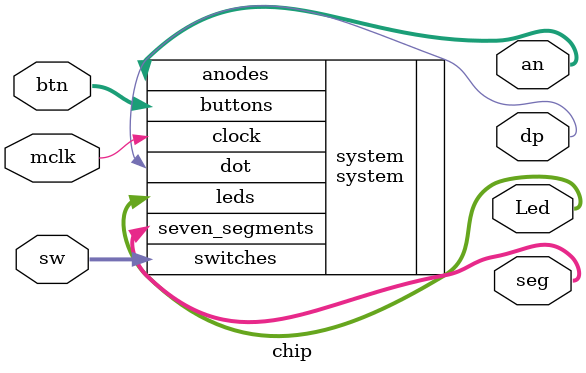
<source format=v>
module chip
(
    input        mclk,
    output [6:0] seg,
    output       dp,
    output [3:0] an,
    output [7:0] Led,
    input  [7:0] sw,
    input  [3:0] btn
);

    system system
    (
        .clock          ( mclk ),
        .switches       ( sw   ),
        .buttons        ( btn  ),
        .leds           ( Led  ),
        .seven_segments ( seg  ),
        .dot            ( dp   ),
        .anodes         ( an   )
    );

endmodule

</source>
